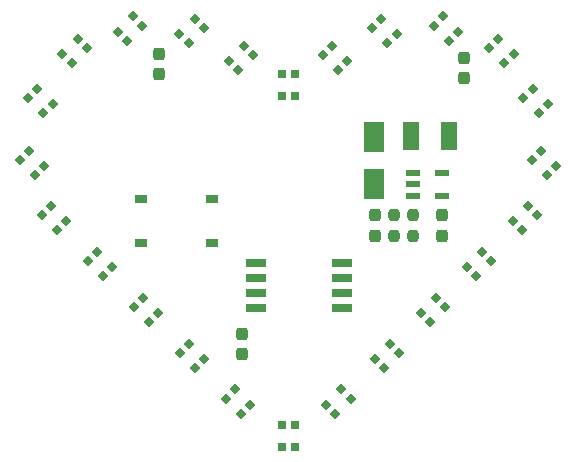
<source format=gtp>
G04 #@! TF.GenerationSoftware,KiCad,Pcbnew,(6.0.7)*
G04 #@! TF.CreationDate,2023-02-05T15:19:58+01:00*
G04 #@! TF.ProjectId,heart,68656172-742e-46b6-9963-61645f706362,v1.0.0*
G04 #@! TF.SameCoordinates,Original*
G04 #@! TF.FileFunction,Paste,Top*
G04 #@! TF.FilePolarity,Positive*
%FSLAX46Y46*%
G04 Gerber Fmt 4.6, Leading zero omitted, Abs format (unit mm)*
G04 Created by KiCad (PCBNEW (6.0.7)) date 2023-02-05 15:19:58*
%MOMM*%
%LPD*%
G01*
G04 APERTURE LIST*
G04 Aperture macros list*
%AMRoundRect*
0 Rectangle with rounded corners*
0 $1 Rounding radius*
0 $2 $3 $4 $5 $6 $7 $8 $9 X,Y pos of 4 corners*
0 Add a 4 corners polygon primitive as box body*
4,1,4,$2,$3,$4,$5,$6,$7,$8,$9,$2,$3,0*
0 Add four circle primitives for the rounded corners*
1,1,$1+$1,$2,$3*
1,1,$1+$1,$4,$5*
1,1,$1+$1,$6,$7*
1,1,$1+$1,$8,$9*
0 Add four rect primitives between the rounded corners*
20,1,$1+$1,$2,$3,$4,$5,0*
20,1,$1+$1,$4,$5,$6,$7,0*
20,1,$1+$1,$6,$7,$8,$9,0*
20,1,$1+$1,$8,$9,$2,$3,0*%
%AMRotRect*
0 Rectangle, with rotation*
0 The origin of the aperture is its center*
0 $1 length*
0 $2 width*
0 $3 Rotation angle, in degrees counterclockwise*
0 Add horizontal line*
21,1,$1,$2,0,0,$3*%
G04 Aperture macros list end*
%ADD10RoundRect,0.076500X-0.508500X0.178500X-0.508500X-0.178500X0.508500X-0.178500X0.508500X0.178500X0*%
%ADD11R,1.000000X0.750000*%
%ADD12R,1.800000X2.500000*%
%ADD13RoundRect,0.237500X-0.237500X0.300000X-0.237500X-0.300000X0.237500X-0.300000X0.237500X0.300000X0*%
%ADD14R,1.400000X2.400000*%
%ADD15RotRect,0.700000X0.700000X315.000000*%
%ADD16RotRect,0.700000X0.700000X135.000000*%
%ADD17RotRect,0.700000X0.700000X45.000000*%
%ADD18RotRect,0.700000X0.700000X225.000000*%
%ADD19R,1.700000X0.650000*%
%ADD20R,0.700000X0.700000*%
%ADD21RoundRect,0.237500X-0.237500X0.250000X-0.237500X-0.250000X0.237500X-0.250000X0.237500X0.250000X0*%
G04 APERTURE END LIST*
D10*
X137050000Y-81650000D03*
X139550000Y-83550000D03*
X137050000Y-82600000D03*
X137050000Y-83550000D03*
X139550000Y-81650000D03*
D11*
X114070000Y-83805000D03*
X120070000Y-83805000D03*
X114070000Y-87555000D03*
X120070000Y-87555000D03*
D12*
X133800000Y-82600000D03*
X133800000Y-78600000D03*
D13*
X133900000Y-85237500D03*
X133900000Y-86962500D03*
D14*
X140100000Y-78500000D03*
X136900000Y-78500000D03*
D15*
X134401348Y-68568433D03*
X133623531Y-69346250D03*
D16*
X134917536Y-70640255D03*
X135695353Y-69862438D03*
D15*
X121986570Y-99972941D03*
X121208753Y-100750758D03*
D16*
X122502758Y-102044763D03*
X123280575Y-101266946D03*
X144818148Y-72334839D03*
X145595965Y-71557022D03*
D15*
X144301960Y-70263017D03*
X143524143Y-71040834D03*
D17*
X133858512Y-97377859D03*
X134636329Y-98155676D03*
D18*
X135930334Y-96861671D03*
X135152517Y-96083854D03*
D13*
X122640000Y-95257500D03*
X122640000Y-96982500D03*
D17*
X129718753Y-101266946D03*
X130496570Y-102044763D03*
D18*
X131790575Y-100750758D03*
X131012758Y-99972941D03*
D19*
X131050000Y-93105000D03*
X131050000Y-91835000D03*
X131050000Y-90565000D03*
X131050000Y-89295000D03*
X123750000Y-89295000D03*
X123750000Y-90565000D03*
X123750000Y-91835000D03*
X123750000Y-93105000D03*
D16*
X148447141Y-81820787D03*
X149224958Y-81042970D03*
D15*
X147930953Y-79748965D03*
X147153136Y-80526782D03*
D17*
X145525773Y-85710598D03*
X146303590Y-86488415D03*
D18*
X147597595Y-85194410D03*
X146819778Y-84416593D03*
D15*
X118097483Y-96083854D03*
X117319666Y-96861671D03*
D16*
X118613671Y-98155676D03*
X119391488Y-97377859D03*
X140148348Y-70457591D03*
X140926165Y-69679774D03*
D15*
X139632160Y-68385769D03*
X138854343Y-69163586D03*
D13*
X141380000Y-71877500D03*
X141380000Y-73602500D03*
D15*
X130216628Y-70878523D03*
X129438811Y-71656340D03*
D16*
X130732816Y-72950345D03*
X131510633Y-72172528D03*
D13*
X115570000Y-71527500D03*
X115570000Y-73252500D03*
D18*
X123561479Y-71655105D03*
X122783662Y-70877288D03*
D17*
X121489657Y-72171293D03*
X122267474Y-72949110D03*
X137747599Y-93488772D03*
X138525416Y-94266589D03*
D18*
X139819421Y-92972584D03*
X139041604Y-92194767D03*
D17*
X141636686Y-89599685D03*
X142414503Y-90377502D03*
D18*
X143708508Y-89083497D03*
X142930691Y-88305680D03*
D16*
X147721434Y-76590897D03*
X148499251Y-75813080D03*
D15*
X147205246Y-74519075D03*
X146427429Y-75296892D03*
D13*
X139500000Y-85237500D03*
X139500000Y-86962500D03*
D18*
X119376425Y-69346362D03*
X118598608Y-68568545D03*
D17*
X117304603Y-69862550D03*
X118082420Y-70640367D03*
D15*
X110319309Y-88305680D03*
X109541492Y-89083497D03*
D16*
X110835497Y-90377502D03*
X111613314Y-89599685D03*
D15*
X104549111Y-79748284D03*
X103771294Y-80526101D03*
D16*
X105065299Y-81820106D03*
X105843116Y-81042289D03*
D20*
X125950000Y-104828522D03*
X127050000Y-104828522D03*
X127050000Y-102998522D03*
X125950000Y-102998522D03*
D21*
X137100000Y-85187500D03*
X137100000Y-87012500D03*
X135500000Y-85187500D03*
X135500000Y-87012500D03*
D15*
X106430222Y-84416593D03*
X105652405Y-85194410D03*
D16*
X106946410Y-86488415D03*
X107724227Y-85710598D03*
D18*
X114145452Y-69160583D03*
X113367635Y-68382766D03*
D17*
X112073630Y-69676771D03*
X112851447Y-70454588D03*
D15*
X105278468Y-74519213D03*
X104500651Y-75297030D03*
D16*
X105794656Y-76591035D03*
X106572473Y-75813218D03*
D15*
X114208396Y-92194767D03*
X113430579Y-92972584D03*
D16*
X114724584Y-94266589D03*
X115502401Y-93488772D03*
D20*
X127050000Y-73285000D03*
X125950000Y-73285000D03*
X125950000Y-75115000D03*
X127050000Y-75115000D03*
D18*
X109477143Y-71041694D03*
X108699326Y-70263877D03*
D17*
X107405321Y-71557882D03*
X108183138Y-72335699D03*
M02*

</source>
